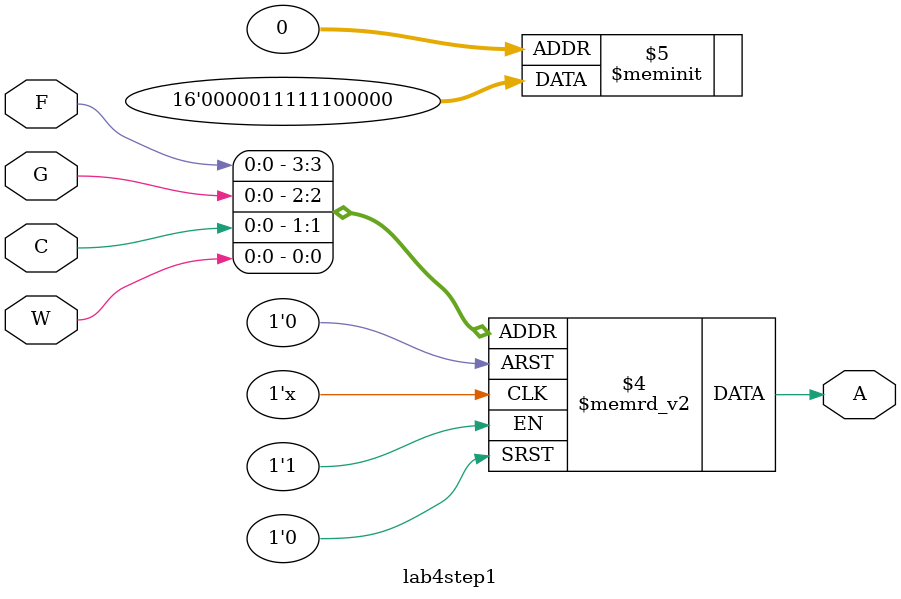
<source format=v>
module lab4step1(A,F,G,C,W);
	input F,G,C,W;
	output A;
	reg A;
	
	always@ (F,G,C,W)
	begin
	
		case({F,G,C,W})
			4'b0000: A = 'b0;
			4'b0001: A = 'b0;
			4'b0010: A = 'b0;
			4'b0011: A = 'b0;
			4'b0100: A = 'b0;
			4'b0101: A = 'b1;
			4'b0110: A = 'b1;
			4'b0111: A = 'b1;
			4'b1000: A = 'b1;
			4'b1001: A = 'b1;
			4'b1010: A = 'b1;
			4'b1011: A = 'b0;
			4'b1100: A = 'b0;
			4'b1101: A = 'b0;
			4'b1110: A = 'b0;
			4'b1111: A = 'b0;
		endcase
	end
endmodule
</source>
